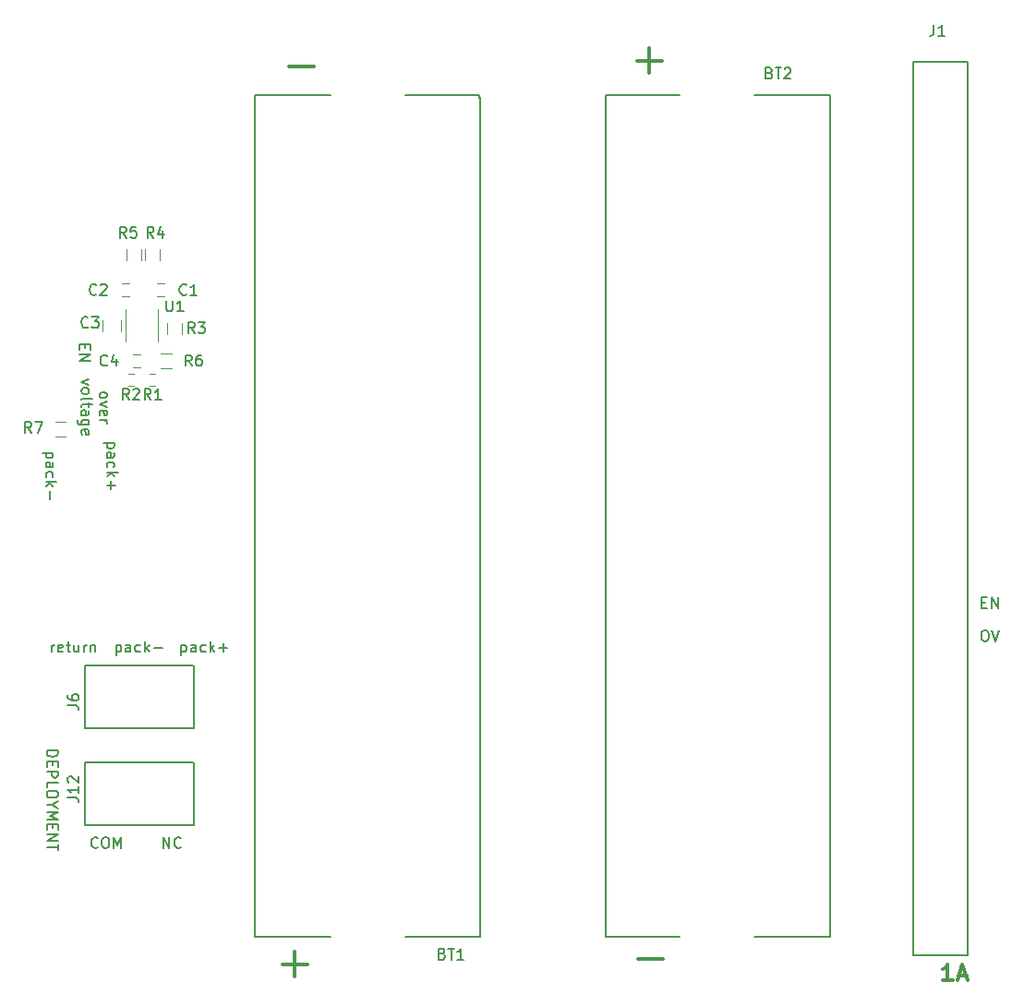
<source format=gbr>
G04 #@! TF.FileFunction,Legend,Top*
%FSLAX46Y46*%
G04 Gerber Fmt 4.6, Leading zero omitted, Abs format (unit mm)*
G04 Created by KiCad (PCBNEW 4.0.7-e2-6376~58~ubuntu16.04.1) date Thu Mar 22 01:15:54 2018*
%MOMM*%
%LPD*%
G01*
G04 APERTURE LIST*
%ADD10C,0.100000*%
%ADD11C,0.300000*%
%ADD12C,0.150000*%
%ADD13C,0.120000*%
G04 APERTURE END LIST*
D10*
D11*
X190585715Y-132578571D02*
X189728572Y-132578571D01*
X190157144Y-132578571D02*
X190157144Y-131078571D01*
X190014287Y-131292857D01*
X189871429Y-131435714D01*
X189728572Y-131507143D01*
X191157143Y-132150000D02*
X191871429Y-132150000D01*
X191014286Y-132578571D02*
X191514286Y-131078571D01*
X192014286Y-132578571D01*
X161757143Y-130614286D02*
X164042857Y-130614286D01*
X161657143Y-48214286D02*
X163942857Y-48214286D01*
X162800000Y-49357143D02*
X162800000Y-47071429D01*
X129757143Y-48714286D02*
X132042857Y-48714286D01*
X129157143Y-131114286D02*
X131442857Y-131114286D01*
X130300000Y-132257143D02*
X130300000Y-129971429D01*
D12*
X193476190Y-100452381D02*
X193666667Y-100452381D01*
X193761905Y-100500000D01*
X193857143Y-100595238D01*
X193904762Y-100785714D01*
X193904762Y-101119048D01*
X193857143Y-101309524D01*
X193761905Y-101404762D01*
X193666667Y-101452381D01*
X193476190Y-101452381D01*
X193380952Y-101404762D01*
X193285714Y-101309524D01*
X193238095Y-101119048D01*
X193238095Y-100785714D01*
X193285714Y-100595238D01*
X193380952Y-100500000D01*
X193476190Y-100452381D01*
X194190476Y-100452381D02*
X194523809Y-101452381D01*
X194857143Y-100452381D01*
X193261905Y-97928571D02*
X193595239Y-97928571D01*
X193738096Y-98452381D02*
X193261905Y-98452381D01*
X193261905Y-97452381D01*
X193738096Y-97452381D01*
X194166667Y-98452381D02*
X194166667Y-97452381D01*
X194738096Y-98452381D01*
X194738096Y-97452381D01*
X107547619Y-111500000D02*
X108547619Y-111500000D01*
X108547619Y-111738095D01*
X108500000Y-111880953D01*
X108404762Y-111976191D01*
X108309524Y-112023810D01*
X108119048Y-112071429D01*
X107976190Y-112071429D01*
X107785714Y-112023810D01*
X107690476Y-111976191D01*
X107595238Y-111880953D01*
X107547619Y-111738095D01*
X107547619Y-111500000D01*
X108071429Y-112500000D02*
X108071429Y-112833334D01*
X107547619Y-112976191D02*
X107547619Y-112500000D01*
X108547619Y-112500000D01*
X108547619Y-112976191D01*
X107547619Y-113404762D02*
X108547619Y-113404762D01*
X108547619Y-113785715D01*
X108500000Y-113880953D01*
X108452381Y-113928572D01*
X108357143Y-113976191D01*
X108214286Y-113976191D01*
X108119048Y-113928572D01*
X108071429Y-113880953D01*
X108023810Y-113785715D01*
X108023810Y-113404762D01*
X107547619Y-114880953D02*
X107547619Y-114404762D01*
X108547619Y-114404762D01*
X108547619Y-115404762D02*
X108547619Y-115595239D01*
X108500000Y-115690477D01*
X108404762Y-115785715D01*
X108214286Y-115833334D01*
X107880952Y-115833334D01*
X107690476Y-115785715D01*
X107595238Y-115690477D01*
X107547619Y-115595239D01*
X107547619Y-115404762D01*
X107595238Y-115309524D01*
X107690476Y-115214286D01*
X107880952Y-115166667D01*
X108214286Y-115166667D01*
X108404762Y-115214286D01*
X108500000Y-115309524D01*
X108547619Y-115404762D01*
X108023810Y-116452381D02*
X107547619Y-116452381D01*
X108547619Y-116119048D02*
X108023810Y-116452381D01*
X108547619Y-116785715D01*
X107547619Y-117119048D02*
X108547619Y-117119048D01*
X107833333Y-117452382D01*
X108547619Y-117785715D01*
X107547619Y-117785715D01*
X108071429Y-118261905D02*
X108071429Y-118595239D01*
X107547619Y-118738096D02*
X107547619Y-118261905D01*
X108547619Y-118261905D01*
X108547619Y-118738096D01*
X107547619Y-119166667D02*
X108547619Y-119166667D01*
X107547619Y-119738096D01*
X108547619Y-119738096D01*
X108547619Y-120071429D02*
X108547619Y-120642858D01*
X107547619Y-120357143D02*
X108547619Y-120357143D01*
X107999999Y-102452381D02*
X107999999Y-101785714D01*
X107999999Y-101976190D02*
X108047618Y-101880952D01*
X108095237Y-101833333D01*
X108190475Y-101785714D01*
X108285714Y-101785714D01*
X109000000Y-102404762D02*
X108904762Y-102452381D01*
X108714285Y-102452381D01*
X108619047Y-102404762D01*
X108571428Y-102309524D01*
X108571428Y-101928571D01*
X108619047Y-101833333D01*
X108714285Y-101785714D01*
X108904762Y-101785714D01*
X109000000Y-101833333D01*
X109047619Y-101928571D01*
X109047619Y-102023810D01*
X108571428Y-102119048D01*
X109333333Y-101785714D02*
X109714285Y-101785714D01*
X109476190Y-101452381D02*
X109476190Y-102309524D01*
X109523809Y-102404762D01*
X109619047Y-102452381D01*
X109714285Y-102452381D01*
X110476191Y-101785714D02*
X110476191Y-102452381D01*
X110047619Y-101785714D02*
X110047619Y-102309524D01*
X110095238Y-102404762D01*
X110190476Y-102452381D01*
X110333334Y-102452381D01*
X110428572Y-102404762D01*
X110476191Y-102357143D01*
X110952381Y-102452381D02*
X110952381Y-101785714D01*
X110952381Y-101976190D02*
X111000000Y-101880952D01*
X111047619Y-101833333D01*
X111142857Y-101785714D01*
X111238096Y-101785714D01*
X111571429Y-101785714D02*
X111571429Y-102452381D01*
X111571429Y-101880952D02*
X111619048Y-101833333D01*
X111714286Y-101785714D01*
X111857144Y-101785714D01*
X111952382Y-101833333D01*
X112000001Y-101928571D01*
X112000001Y-102452381D01*
X113880952Y-101785714D02*
X113880952Y-102785714D01*
X113880952Y-101833333D02*
X113976190Y-101785714D01*
X114166667Y-101785714D01*
X114261905Y-101833333D01*
X114309524Y-101880952D01*
X114357143Y-101976190D01*
X114357143Y-102261905D01*
X114309524Y-102357143D01*
X114261905Y-102404762D01*
X114166667Y-102452381D01*
X113976190Y-102452381D01*
X113880952Y-102404762D01*
X115214286Y-102452381D02*
X115214286Y-101928571D01*
X115166667Y-101833333D01*
X115071429Y-101785714D01*
X114880952Y-101785714D01*
X114785714Y-101833333D01*
X115214286Y-102404762D02*
X115119048Y-102452381D01*
X114880952Y-102452381D01*
X114785714Y-102404762D01*
X114738095Y-102309524D01*
X114738095Y-102214286D01*
X114785714Y-102119048D01*
X114880952Y-102071429D01*
X115119048Y-102071429D01*
X115214286Y-102023810D01*
X116119048Y-102404762D02*
X116023810Y-102452381D01*
X115833333Y-102452381D01*
X115738095Y-102404762D01*
X115690476Y-102357143D01*
X115642857Y-102261905D01*
X115642857Y-101976190D01*
X115690476Y-101880952D01*
X115738095Y-101833333D01*
X115833333Y-101785714D01*
X116023810Y-101785714D01*
X116119048Y-101833333D01*
X116547619Y-102452381D02*
X116547619Y-101452381D01*
X116642857Y-102071429D02*
X116928572Y-102452381D01*
X116928572Y-101785714D02*
X116547619Y-102166667D01*
X117357143Y-102071429D02*
X118119048Y-102071429D01*
X119880952Y-101785714D02*
X119880952Y-102785714D01*
X119880952Y-101833333D02*
X119976190Y-101785714D01*
X120166667Y-101785714D01*
X120261905Y-101833333D01*
X120309524Y-101880952D01*
X120357143Y-101976190D01*
X120357143Y-102261905D01*
X120309524Y-102357143D01*
X120261905Y-102404762D01*
X120166667Y-102452381D01*
X119976190Y-102452381D01*
X119880952Y-102404762D01*
X121214286Y-102452381D02*
X121214286Y-101928571D01*
X121166667Y-101833333D01*
X121071429Y-101785714D01*
X120880952Y-101785714D01*
X120785714Y-101833333D01*
X121214286Y-102404762D02*
X121119048Y-102452381D01*
X120880952Y-102452381D01*
X120785714Y-102404762D01*
X120738095Y-102309524D01*
X120738095Y-102214286D01*
X120785714Y-102119048D01*
X120880952Y-102071429D01*
X121119048Y-102071429D01*
X121214286Y-102023810D01*
X122119048Y-102404762D02*
X122023810Y-102452381D01*
X121833333Y-102452381D01*
X121738095Y-102404762D01*
X121690476Y-102357143D01*
X121642857Y-102261905D01*
X121642857Y-101976190D01*
X121690476Y-101880952D01*
X121738095Y-101833333D01*
X121833333Y-101785714D01*
X122023810Y-101785714D01*
X122119048Y-101833333D01*
X122547619Y-102452381D02*
X122547619Y-101452381D01*
X122642857Y-102071429D02*
X122928572Y-102452381D01*
X122928572Y-101785714D02*
X122547619Y-102166667D01*
X123357143Y-102071429D02*
X124119048Y-102071429D01*
X123738096Y-102452381D02*
X123738096Y-101690476D01*
X118214286Y-120452381D02*
X118214286Y-119452381D01*
X118785715Y-120452381D01*
X118785715Y-119452381D01*
X119833334Y-120357143D02*
X119785715Y-120404762D01*
X119642858Y-120452381D01*
X119547620Y-120452381D01*
X119404762Y-120404762D01*
X119309524Y-120309524D01*
X119261905Y-120214286D01*
X119214286Y-120023810D01*
X119214286Y-119880952D01*
X119261905Y-119690476D01*
X119309524Y-119595238D01*
X119404762Y-119500000D01*
X119547620Y-119452381D01*
X119642858Y-119452381D01*
X119785715Y-119500000D01*
X119833334Y-119547619D01*
X112214286Y-120357143D02*
X112166667Y-120404762D01*
X112023810Y-120452381D01*
X111928572Y-120452381D01*
X111785714Y-120404762D01*
X111690476Y-120309524D01*
X111642857Y-120214286D01*
X111595238Y-120023810D01*
X111595238Y-119880952D01*
X111642857Y-119690476D01*
X111690476Y-119595238D01*
X111785714Y-119500000D01*
X111928572Y-119452381D01*
X112023810Y-119452381D01*
X112166667Y-119500000D01*
X112214286Y-119547619D01*
X112833333Y-119452381D02*
X113023810Y-119452381D01*
X113119048Y-119500000D01*
X113214286Y-119595238D01*
X113261905Y-119785714D01*
X113261905Y-120119048D01*
X113214286Y-120309524D01*
X113119048Y-120404762D01*
X113023810Y-120452381D01*
X112833333Y-120452381D01*
X112738095Y-120404762D01*
X112642857Y-120309524D01*
X112595238Y-120119048D01*
X112595238Y-119785714D01*
X112642857Y-119595238D01*
X112738095Y-119500000D01*
X112833333Y-119452381D01*
X113690476Y-120452381D02*
X113690476Y-119452381D01*
X114023810Y-120166667D01*
X114357143Y-119452381D01*
X114357143Y-120452381D01*
X111071429Y-74261905D02*
X111071429Y-74595239D01*
X110547619Y-74738096D02*
X110547619Y-74261905D01*
X111547619Y-74261905D01*
X111547619Y-74738096D01*
X110547619Y-75166667D02*
X111547619Y-75166667D01*
X110547619Y-75738096D01*
X111547619Y-75738096D01*
X112372619Y-78809523D02*
X112420238Y-78714285D01*
X112467857Y-78666666D01*
X112563095Y-78619047D01*
X112848810Y-78619047D01*
X112944048Y-78666666D01*
X112991667Y-78714285D01*
X113039286Y-78809523D01*
X113039286Y-78952381D01*
X112991667Y-79047619D01*
X112944048Y-79095238D01*
X112848810Y-79142857D01*
X112563095Y-79142857D01*
X112467857Y-79095238D01*
X112420238Y-79047619D01*
X112372619Y-78952381D01*
X112372619Y-78809523D01*
X113039286Y-79476190D02*
X112372619Y-79714285D01*
X113039286Y-79952381D01*
X112420238Y-80714286D02*
X112372619Y-80619048D01*
X112372619Y-80428571D01*
X112420238Y-80333333D01*
X112515476Y-80285714D01*
X112896429Y-80285714D01*
X112991667Y-80333333D01*
X113039286Y-80428571D01*
X113039286Y-80619048D01*
X112991667Y-80714286D01*
X112896429Y-80761905D01*
X112801190Y-80761905D01*
X112705952Y-80285714D01*
X112372619Y-81190476D02*
X113039286Y-81190476D01*
X112848810Y-81190476D02*
X112944048Y-81238095D01*
X112991667Y-81285714D01*
X113039286Y-81380952D01*
X113039286Y-81476191D01*
X111389286Y-77428571D02*
X110722619Y-77666666D01*
X111389286Y-77904762D01*
X110722619Y-78428571D02*
X110770238Y-78333333D01*
X110817857Y-78285714D01*
X110913095Y-78238095D01*
X111198810Y-78238095D01*
X111294048Y-78285714D01*
X111341667Y-78333333D01*
X111389286Y-78428571D01*
X111389286Y-78571429D01*
X111341667Y-78666667D01*
X111294048Y-78714286D01*
X111198810Y-78761905D01*
X110913095Y-78761905D01*
X110817857Y-78714286D01*
X110770238Y-78666667D01*
X110722619Y-78571429D01*
X110722619Y-78428571D01*
X110722619Y-79333333D02*
X110770238Y-79238095D01*
X110865476Y-79190476D01*
X111722619Y-79190476D01*
X111389286Y-79571429D02*
X111389286Y-79952381D01*
X111722619Y-79714286D02*
X110865476Y-79714286D01*
X110770238Y-79761905D01*
X110722619Y-79857143D01*
X110722619Y-79952381D01*
X110722619Y-80714287D02*
X111246429Y-80714287D01*
X111341667Y-80666668D01*
X111389286Y-80571430D01*
X111389286Y-80380953D01*
X111341667Y-80285715D01*
X110770238Y-80714287D02*
X110722619Y-80619049D01*
X110722619Y-80380953D01*
X110770238Y-80285715D01*
X110865476Y-80238096D01*
X110960714Y-80238096D01*
X111055952Y-80285715D01*
X111103571Y-80380953D01*
X111103571Y-80619049D01*
X111151190Y-80714287D01*
X111389286Y-81619049D02*
X110579762Y-81619049D01*
X110484524Y-81571430D01*
X110436905Y-81523811D01*
X110389286Y-81428572D01*
X110389286Y-81285715D01*
X110436905Y-81190477D01*
X110770238Y-81619049D02*
X110722619Y-81523811D01*
X110722619Y-81333334D01*
X110770238Y-81238096D01*
X110817857Y-81190477D01*
X110913095Y-81142858D01*
X111198810Y-81142858D01*
X111294048Y-81190477D01*
X111341667Y-81238096D01*
X111389286Y-81333334D01*
X111389286Y-81523811D01*
X111341667Y-81619049D01*
X110770238Y-82476192D02*
X110722619Y-82380954D01*
X110722619Y-82190477D01*
X110770238Y-82095239D01*
X110865476Y-82047620D01*
X111246429Y-82047620D01*
X111341667Y-82095239D01*
X111389286Y-82190477D01*
X111389286Y-82380954D01*
X111341667Y-82476192D01*
X111246429Y-82523811D01*
X111151190Y-82523811D01*
X111055952Y-82047620D01*
X108114286Y-84180952D02*
X107114286Y-84180952D01*
X108066667Y-84180952D02*
X108114286Y-84276190D01*
X108114286Y-84466667D01*
X108066667Y-84561905D01*
X108019048Y-84609524D01*
X107923810Y-84657143D01*
X107638095Y-84657143D01*
X107542857Y-84609524D01*
X107495238Y-84561905D01*
X107447619Y-84466667D01*
X107447619Y-84276190D01*
X107495238Y-84180952D01*
X107447619Y-85514286D02*
X107971429Y-85514286D01*
X108066667Y-85466667D01*
X108114286Y-85371429D01*
X108114286Y-85180952D01*
X108066667Y-85085714D01*
X107495238Y-85514286D02*
X107447619Y-85419048D01*
X107447619Y-85180952D01*
X107495238Y-85085714D01*
X107590476Y-85038095D01*
X107685714Y-85038095D01*
X107780952Y-85085714D01*
X107828571Y-85180952D01*
X107828571Y-85419048D01*
X107876190Y-85514286D01*
X107495238Y-86419048D02*
X107447619Y-86323810D01*
X107447619Y-86133333D01*
X107495238Y-86038095D01*
X107542857Y-85990476D01*
X107638095Y-85942857D01*
X107923810Y-85942857D01*
X108019048Y-85990476D01*
X108066667Y-86038095D01*
X108114286Y-86133333D01*
X108114286Y-86323810D01*
X108066667Y-86419048D01*
X107447619Y-86847619D02*
X108447619Y-86847619D01*
X107828571Y-86942857D02*
X107447619Y-87228572D01*
X108114286Y-87228572D02*
X107733333Y-86847619D01*
X107828571Y-87657143D02*
X107828571Y-88419048D01*
X113714286Y-83280952D02*
X112714286Y-83280952D01*
X113666667Y-83280952D02*
X113714286Y-83376190D01*
X113714286Y-83566667D01*
X113666667Y-83661905D01*
X113619048Y-83709524D01*
X113523810Y-83757143D01*
X113238095Y-83757143D01*
X113142857Y-83709524D01*
X113095238Y-83661905D01*
X113047619Y-83566667D01*
X113047619Y-83376190D01*
X113095238Y-83280952D01*
X113047619Y-84614286D02*
X113571429Y-84614286D01*
X113666667Y-84566667D01*
X113714286Y-84471429D01*
X113714286Y-84280952D01*
X113666667Y-84185714D01*
X113095238Y-84614286D02*
X113047619Y-84519048D01*
X113047619Y-84280952D01*
X113095238Y-84185714D01*
X113190476Y-84138095D01*
X113285714Y-84138095D01*
X113380952Y-84185714D01*
X113428571Y-84280952D01*
X113428571Y-84519048D01*
X113476190Y-84614286D01*
X113095238Y-85519048D02*
X113047619Y-85423810D01*
X113047619Y-85233333D01*
X113095238Y-85138095D01*
X113142857Y-85090476D01*
X113238095Y-85042857D01*
X113523810Y-85042857D01*
X113619048Y-85090476D01*
X113666667Y-85138095D01*
X113714286Y-85233333D01*
X113714286Y-85423810D01*
X113666667Y-85519048D01*
X113047619Y-85947619D02*
X114047619Y-85947619D01*
X113428571Y-86042857D02*
X113047619Y-86328572D01*
X113714286Y-86328572D02*
X113333333Y-85947619D01*
X113428571Y-86757143D02*
X113428571Y-87519048D01*
X113047619Y-87138096D02*
X113809524Y-87138096D01*
X120950000Y-103650000D02*
X111050000Y-103650000D01*
X111000000Y-109400000D02*
X111000000Y-103650000D01*
X120950000Y-109400000D02*
X111050000Y-109400000D01*
X121000000Y-109400000D02*
X121000000Y-103650000D01*
D10*
X114750000Y-74000000D02*
X114750000Y-71000000D01*
X117750000Y-74000000D02*
X117750000Y-71000000D01*
D13*
X118000000Y-75070000D02*
X119000000Y-75070000D01*
X119000000Y-76430000D02*
X118000000Y-76430000D01*
X114820000Y-66500000D02*
X114820000Y-65500000D01*
X116180000Y-65500000D02*
X116180000Y-66500000D01*
X116570000Y-66500000D02*
X116570000Y-65500000D01*
X117930000Y-65500000D02*
X117930000Y-66500000D01*
X119930000Y-72250000D02*
X119930000Y-73250000D01*
X118570000Y-73250000D02*
X118570000Y-72250000D01*
X115000000Y-78030000D02*
X115500000Y-78030000D01*
X115500000Y-76970000D02*
X115000000Y-76970000D01*
X117000000Y-78030000D02*
X117500000Y-78030000D01*
X117500000Y-76970000D02*
X117000000Y-76970000D01*
X116100000Y-76350000D02*
X115400000Y-76350000D01*
X115400000Y-75150000D02*
X116100000Y-75150000D01*
X114350000Y-73000000D02*
X114350000Y-72000000D01*
X112650000Y-72000000D02*
X112650000Y-73000000D01*
X115100000Y-69850000D02*
X114400000Y-69850000D01*
X114400000Y-68650000D02*
X115100000Y-68650000D01*
X118350000Y-69850000D02*
X117650000Y-69850000D01*
X117650000Y-68650000D02*
X118350000Y-68650000D01*
D12*
X179400000Y-128600000D02*
X179400000Y-128400000D01*
X172400000Y-128600000D02*
X179400000Y-128600000D01*
X158800000Y-128600000D02*
X158800000Y-128400000D01*
X165600000Y-128600000D02*
X158800000Y-128600000D01*
X172400000Y-51400000D02*
X179400000Y-51400000D01*
X165600000Y-51400000D02*
X158800000Y-51400000D01*
X179400000Y-51400000D02*
X179400000Y-128450000D01*
X158750000Y-51400000D02*
X158750000Y-128450000D01*
X186960000Y-130250000D02*
X191960000Y-130250000D01*
X186960000Y-48310000D02*
X186960000Y-130250000D01*
X191960000Y-48310000D02*
X191960000Y-130250000D01*
X186960000Y-48310000D02*
X191960000Y-48310000D01*
X126600000Y-51400000D02*
X126600000Y-51600000D01*
X133600000Y-51400000D02*
X126600000Y-51400000D01*
X147200000Y-51400000D02*
X147200000Y-51600000D01*
X140400000Y-51400000D02*
X147200000Y-51400000D01*
X133600000Y-128600000D02*
X126600000Y-128600000D01*
X140400000Y-128600000D02*
X147200000Y-128600000D01*
X126600000Y-128600000D02*
X126600000Y-51550000D01*
X147250000Y-128600000D02*
X147250000Y-51550000D01*
X111050000Y-118350000D02*
X120950000Y-118350000D01*
X121000000Y-112600000D02*
X121000000Y-118350000D01*
X111050000Y-112600000D02*
X120950000Y-112600000D01*
X111000000Y-112600000D02*
X111000000Y-118350000D01*
D13*
X108300000Y-81320000D02*
X109300000Y-81320000D01*
X109300000Y-82680000D02*
X108300000Y-82680000D01*
D12*
X109452381Y-107333333D02*
X110166667Y-107333333D01*
X110309524Y-107380953D01*
X110404762Y-107476191D01*
X110452381Y-107619048D01*
X110452381Y-107714286D01*
X109452381Y-106428571D02*
X109452381Y-106619048D01*
X109500000Y-106714286D01*
X109547619Y-106761905D01*
X109690476Y-106857143D01*
X109880952Y-106904762D01*
X110261905Y-106904762D01*
X110357143Y-106857143D01*
X110404762Y-106809524D01*
X110452381Y-106714286D01*
X110452381Y-106523809D01*
X110404762Y-106428571D01*
X110357143Y-106380952D01*
X110261905Y-106333333D01*
X110023810Y-106333333D01*
X109928571Y-106380952D01*
X109880952Y-106428571D01*
X109833333Y-106523809D01*
X109833333Y-106714286D01*
X109880952Y-106809524D01*
X109928571Y-106857143D01*
X110023810Y-106904762D01*
X118488095Y-70202381D02*
X118488095Y-71011905D01*
X118535714Y-71107143D01*
X118583333Y-71154762D01*
X118678571Y-71202381D01*
X118869048Y-71202381D01*
X118964286Y-71154762D01*
X119011905Y-71107143D01*
X119059524Y-71011905D01*
X119059524Y-70202381D01*
X120059524Y-71202381D02*
X119488095Y-71202381D01*
X119773809Y-71202381D02*
X119773809Y-70202381D01*
X119678571Y-70345238D01*
X119583333Y-70440476D01*
X119488095Y-70488095D01*
X120833334Y-76202381D02*
X120500000Y-75726190D01*
X120261905Y-76202381D02*
X120261905Y-75202381D01*
X120642858Y-75202381D01*
X120738096Y-75250000D01*
X120785715Y-75297619D01*
X120833334Y-75392857D01*
X120833334Y-75535714D01*
X120785715Y-75630952D01*
X120738096Y-75678571D01*
X120642858Y-75726190D01*
X120261905Y-75726190D01*
X121690477Y-75202381D02*
X121500000Y-75202381D01*
X121404762Y-75250000D01*
X121357143Y-75297619D01*
X121261905Y-75440476D01*
X121214286Y-75630952D01*
X121214286Y-76011905D01*
X121261905Y-76107143D01*
X121309524Y-76154762D01*
X121404762Y-76202381D01*
X121595239Y-76202381D01*
X121690477Y-76154762D01*
X121738096Y-76107143D01*
X121785715Y-76011905D01*
X121785715Y-75773810D01*
X121738096Y-75678571D01*
X121690477Y-75630952D01*
X121595239Y-75583333D01*
X121404762Y-75583333D01*
X121309524Y-75630952D01*
X121261905Y-75678571D01*
X121214286Y-75773810D01*
X114833334Y-64452381D02*
X114500000Y-63976190D01*
X114261905Y-64452381D02*
X114261905Y-63452381D01*
X114642858Y-63452381D01*
X114738096Y-63500000D01*
X114785715Y-63547619D01*
X114833334Y-63642857D01*
X114833334Y-63785714D01*
X114785715Y-63880952D01*
X114738096Y-63928571D01*
X114642858Y-63976190D01*
X114261905Y-63976190D01*
X115738096Y-63452381D02*
X115261905Y-63452381D01*
X115214286Y-63928571D01*
X115261905Y-63880952D01*
X115357143Y-63833333D01*
X115595239Y-63833333D01*
X115690477Y-63880952D01*
X115738096Y-63928571D01*
X115785715Y-64023810D01*
X115785715Y-64261905D01*
X115738096Y-64357143D01*
X115690477Y-64404762D01*
X115595239Y-64452381D01*
X115357143Y-64452381D01*
X115261905Y-64404762D01*
X115214286Y-64357143D01*
X117333334Y-64452381D02*
X117000000Y-63976190D01*
X116761905Y-64452381D02*
X116761905Y-63452381D01*
X117142858Y-63452381D01*
X117238096Y-63500000D01*
X117285715Y-63547619D01*
X117333334Y-63642857D01*
X117333334Y-63785714D01*
X117285715Y-63880952D01*
X117238096Y-63928571D01*
X117142858Y-63976190D01*
X116761905Y-63976190D01*
X118190477Y-63785714D02*
X118190477Y-64452381D01*
X117952381Y-63404762D02*
X117714286Y-64119048D01*
X118333334Y-64119048D01*
X121083334Y-73202381D02*
X120750000Y-72726190D01*
X120511905Y-73202381D02*
X120511905Y-72202381D01*
X120892858Y-72202381D01*
X120988096Y-72250000D01*
X121035715Y-72297619D01*
X121083334Y-72392857D01*
X121083334Y-72535714D01*
X121035715Y-72630952D01*
X120988096Y-72678571D01*
X120892858Y-72726190D01*
X120511905Y-72726190D01*
X121416667Y-72202381D02*
X122035715Y-72202381D01*
X121702381Y-72583333D01*
X121845239Y-72583333D01*
X121940477Y-72630952D01*
X121988096Y-72678571D01*
X122035715Y-72773810D01*
X122035715Y-73011905D01*
X121988096Y-73107143D01*
X121940477Y-73154762D01*
X121845239Y-73202381D01*
X121559524Y-73202381D01*
X121464286Y-73154762D01*
X121416667Y-73107143D01*
X115083334Y-79302381D02*
X114750000Y-78826190D01*
X114511905Y-79302381D02*
X114511905Y-78302381D01*
X114892858Y-78302381D01*
X114988096Y-78350000D01*
X115035715Y-78397619D01*
X115083334Y-78492857D01*
X115083334Y-78635714D01*
X115035715Y-78730952D01*
X114988096Y-78778571D01*
X114892858Y-78826190D01*
X114511905Y-78826190D01*
X115464286Y-78397619D02*
X115511905Y-78350000D01*
X115607143Y-78302381D01*
X115845239Y-78302381D01*
X115940477Y-78350000D01*
X115988096Y-78397619D01*
X116035715Y-78492857D01*
X116035715Y-78588095D01*
X115988096Y-78730952D01*
X115416667Y-79302381D01*
X116035715Y-79302381D01*
X117083334Y-79302381D02*
X116750000Y-78826190D01*
X116511905Y-79302381D02*
X116511905Y-78302381D01*
X116892858Y-78302381D01*
X116988096Y-78350000D01*
X117035715Y-78397619D01*
X117083334Y-78492857D01*
X117083334Y-78635714D01*
X117035715Y-78730952D01*
X116988096Y-78778571D01*
X116892858Y-78826190D01*
X116511905Y-78826190D01*
X118035715Y-79302381D02*
X117464286Y-79302381D01*
X117750000Y-79302381D02*
X117750000Y-78302381D01*
X117654762Y-78445238D01*
X117559524Y-78540476D01*
X117464286Y-78588095D01*
X113083334Y-76107143D02*
X113035715Y-76154762D01*
X112892858Y-76202381D01*
X112797620Y-76202381D01*
X112654762Y-76154762D01*
X112559524Y-76059524D01*
X112511905Y-75964286D01*
X112464286Y-75773810D01*
X112464286Y-75630952D01*
X112511905Y-75440476D01*
X112559524Y-75345238D01*
X112654762Y-75250000D01*
X112797620Y-75202381D01*
X112892858Y-75202381D01*
X113035715Y-75250000D01*
X113083334Y-75297619D01*
X113940477Y-75535714D02*
X113940477Y-76202381D01*
X113702381Y-75154762D02*
X113464286Y-75869048D01*
X114083334Y-75869048D01*
X111333334Y-72607143D02*
X111285715Y-72654762D01*
X111142858Y-72702381D01*
X111047620Y-72702381D01*
X110904762Y-72654762D01*
X110809524Y-72559524D01*
X110761905Y-72464286D01*
X110714286Y-72273810D01*
X110714286Y-72130952D01*
X110761905Y-71940476D01*
X110809524Y-71845238D01*
X110904762Y-71750000D01*
X111047620Y-71702381D01*
X111142858Y-71702381D01*
X111285715Y-71750000D01*
X111333334Y-71797619D01*
X111666667Y-71702381D02*
X112285715Y-71702381D01*
X111952381Y-72083333D01*
X112095239Y-72083333D01*
X112190477Y-72130952D01*
X112238096Y-72178571D01*
X112285715Y-72273810D01*
X112285715Y-72511905D01*
X112238096Y-72607143D01*
X112190477Y-72654762D01*
X112095239Y-72702381D01*
X111809524Y-72702381D01*
X111714286Y-72654762D01*
X111666667Y-72607143D01*
X112083334Y-69607143D02*
X112035715Y-69654762D01*
X111892858Y-69702381D01*
X111797620Y-69702381D01*
X111654762Y-69654762D01*
X111559524Y-69559524D01*
X111511905Y-69464286D01*
X111464286Y-69273810D01*
X111464286Y-69130952D01*
X111511905Y-68940476D01*
X111559524Y-68845238D01*
X111654762Y-68750000D01*
X111797620Y-68702381D01*
X111892858Y-68702381D01*
X112035715Y-68750000D01*
X112083334Y-68797619D01*
X112464286Y-68797619D02*
X112511905Y-68750000D01*
X112607143Y-68702381D01*
X112845239Y-68702381D01*
X112940477Y-68750000D01*
X112988096Y-68797619D01*
X113035715Y-68892857D01*
X113035715Y-68988095D01*
X112988096Y-69130952D01*
X112416667Y-69702381D01*
X113035715Y-69702381D01*
X120333334Y-69607143D02*
X120285715Y-69654762D01*
X120142858Y-69702381D01*
X120047620Y-69702381D01*
X119904762Y-69654762D01*
X119809524Y-69559524D01*
X119761905Y-69464286D01*
X119714286Y-69273810D01*
X119714286Y-69130952D01*
X119761905Y-68940476D01*
X119809524Y-68845238D01*
X119904762Y-68750000D01*
X120047620Y-68702381D01*
X120142858Y-68702381D01*
X120285715Y-68750000D01*
X120333334Y-68797619D01*
X121285715Y-69702381D02*
X120714286Y-69702381D01*
X121000000Y-69702381D02*
X121000000Y-68702381D01*
X120904762Y-68845238D01*
X120809524Y-68940476D01*
X120714286Y-68988095D01*
X173814286Y-49328571D02*
X173957143Y-49376190D01*
X174004762Y-49423810D01*
X174052381Y-49519048D01*
X174052381Y-49661905D01*
X174004762Y-49757143D01*
X173957143Y-49804762D01*
X173861905Y-49852381D01*
X173480952Y-49852381D01*
X173480952Y-48852381D01*
X173814286Y-48852381D01*
X173909524Y-48900000D01*
X173957143Y-48947619D01*
X174004762Y-49042857D01*
X174004762Y-49138095D01*
X173957143Y-49233333D01*
X173909524Y-49280952D01*
X173814286Y-49328571D01*
X173480952Y-49328571D01*
X174338095Y-48852381D02*
X174909524Y-48852381D01*
X174623809Y-49852381D02*
X174623809Y-48852381D01*
X175195238Y-48947619D02*
X175242857Y-48900000D01*
X175338095Y-48852381D01*
X175576191Y-48852381D01*
X175671429Y-48900000D01*
X175719048Y-48947619D01*
X175766667Y-49042857D01*
X175766667Y-49138095D01*
X175719048Y-49280952D01*
X175147619Y-49852381D01*
X175766667Y-49852381D01*
X188872667Y-44917381D02*
X188872667Y-45631667D01*
X188825047Y-45774524D01*
X188729809Y-45869762D01*
X188586952Y-45917381D01*
X188491714Y-45917381D01*
X189872667Y-45917381D02*
X189301238Y-45917381D01*
X189586952Y-45917381D02*
X189586952Y-44917381D01*
X189491714Y-45060238D01*
X189396476Y-45155476D01*
X189301238Y-45203095D01*
X143814286Y-130128571D02*
X143957143Y-130176190D01*
X144004762Y-130223810D01*
X144052381Y-130319048D01*
X144052381Y-130461905D01*
X144004762Y-130557143D01*
X143957143Y-130604762D01*
X143861905Y-130652381D01*
X143480952Y-130652381D01*
X143480952Y-129652381D01*
X143814286Y-129652381D01*
X143909524Y-129700000D01*
X143957143Y-129747619D01*
X144004762Y-129842857D01*
X144004762Y-129938095D01*
X143957143Y-130033333D01*
X143909524Y-130080952D01*
X143814286Y-130128571D01*
X143480952Y-130128571D01*
X144338095Y-129652381D02*
X144909524Y-129652381D01*
X144623809Y-130652381D02*
X144623809Y-129652381D01*
X145766667Y-130652381D02*
X145195238Y-130652381D01*
X145480952Y-130652381D02*
X145480952Y-129652381D01*
X145385714Y-129795238D01*
X145290476Y-129890476D01*
X145195238Y-129938095D01*
X109452381Y-115809523D02*
X110166667Y-115809523D01*
X110309524Y-115857143D01*
X110404762Y-115952381D01*
X110452381Y-116095238D01*
X110452381Y-116190476D01*
X110452381Y-114809523D02*
X110452381Y-115380952D01*
X110452381Y-115095238D02*
X109452381Y-115095238D01*
X109595238Y-115190476D01*
X109690476Y-115285714D01*
X109738095Y-115380952D01*
X109547619Y-114428571D02*
X109500000Y-114380952D01*
X109452381Y-114285714D01*
X109452381Y-114047618D01*
X109500000Y-113952380D01*
X109547619Y-113904761D01*
X109642857Y-113857142D01*
X109738095Y-113857142D01*
X109880952Y-113904761D01*
X110452381Y-114476190D01*
X110452381Y-113857142D01*
X106133334Y-82352381D02*
X105800000Y-81876190D01*
X105561905Y-82352381D02*
X105561905Y-81352381D01*
X105942858Y-81352381D01*
X106038096Y-81400000D01*
X106085715Y-81447619D01*
X106133334Y-81542857D01*
X106133334Y-81685714D01*
X106085715Y-81780952D01*
X106038096Y-81828571D01*
X105942858Y-81876190D01*
X105561905Y-81876190D01*
X106466667Y-81352381D02*
X107133334Y-81352381D01*
X106704762Y-82352381D01*
M02*

</source>
